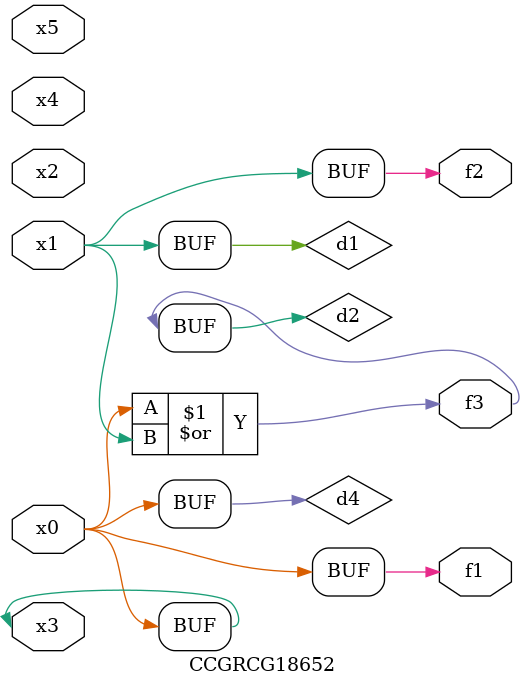
<source format=v>
module CCGRCG18652(
	input x0, x1, x2, x3, x4, x5,
	output f1, f2, f3
);

	wire d1, d2, d3, d4;

	and (d1, x1);
	or (d2, x0, x1);
	nand (d3, x0, x5);
	buf (d4, x0, x3);
	assign f1 = d4;
	assign f2 = d1;
	assign f3 = d2;
endmodule

</source>
